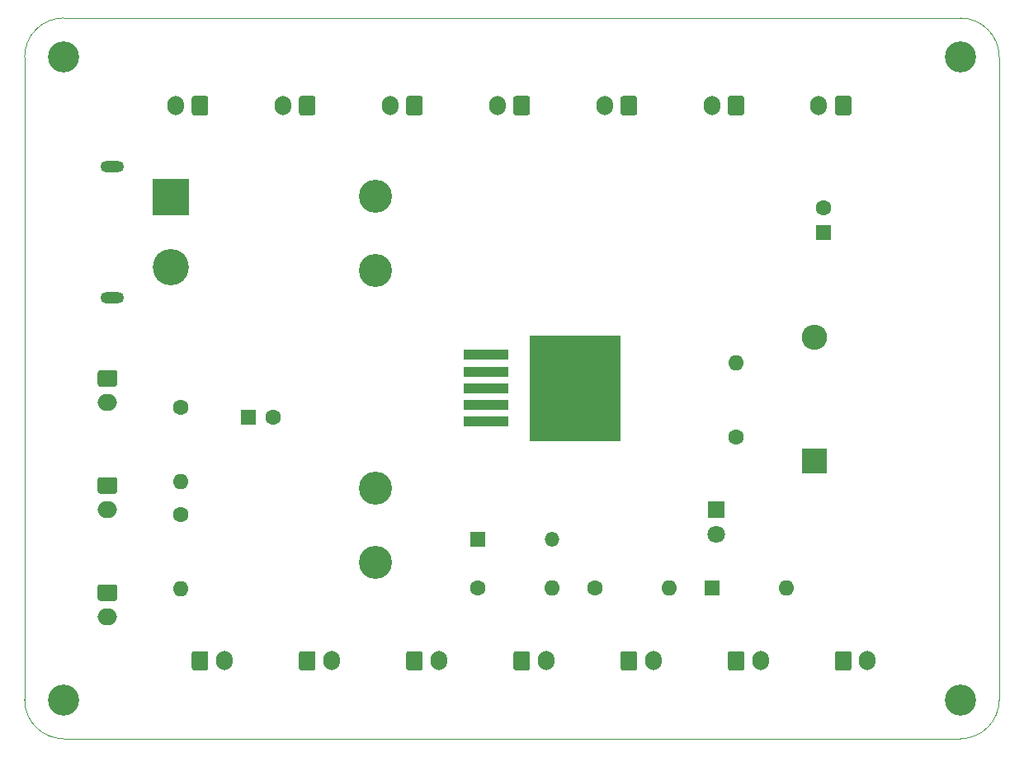
<source format=gbr>
%TF.GenerationSoftware,KiCad,Pcbnew,(5.1.12)-1*%
%TF.CreationDate,2022-03-31T16:19:30+09:00*%
%TF.ProjectId,NHK2022_Power_Supply,4e484b32-3032-4325-9f50-6f7765725f53,rev?*%
%TF.SameCoordinates,PX42c1d80PY8583b00*%
%TF.FileFunction,Soldermask,Top*%
%TF.FilePolarity,Negative*%
%FSLAX46Y46*%
G04 Gerber Fmt 4.6, Leading zero omitted, Abs format (unit mm)*
G04 Created by KiCad (PCBNEW (5.1.12)-1) date 2022-03-31 16:19:30*
%MOMM*%
%LPD*%
G01*
G04 APERTURE LIST*
%TA.AperFunction,Profile*%
%ADD10C,0.050000*%
%TD*%
%ADD11C,3.200000*%
%ADD12R,2.600000X2.600000*%
%ADD13O,2.600000X2.600000*%
%ADD14R,1.500000X1.500000*%
%ADD15O,1.500000X1.500000*%
%ADD16R,1.800000X1.800000*%
%ADD17C,1.800000*%
%ADD18R,1.600000X1.600000*%
%ADD19O,1.600000X1.600000*%
%ADD20C,3.400000*%
%ADD21C,3.716000*%
%ADD22R,3.716000X3.716000*%
%ADD23O,2.400000X1.200000*%
%ADD24O,1.700000X2.000000*%
%ADD25O,2.000000X1.700000*%
%ADD26C,1.600000*%
%ADD27R,4.600000X1.100000*%
%ADD28R,9.400000X10.800000*%
G04 APERTURE END LIST*
D10*
X70000000Y-70000000D02*
X70000000Y-134000000D01*
X170000000Y-70000000D02*
X170000000Y-136000000D01*
X74000000Y-66000000D02*
X166000000Y-66000000D01*
X74000000Y-140000000D02*
X166000000Y-140000000D01*
X70000000Y-134000000D02*
X70000000Y-136000000D01*
X166000000Y-66000000D02*
G75*
G02*
X170000000Y-70000000I0J-4000000D01*
G01*
X70000000Y-70000000D02*
G75*
G02*
X74000000Y-66000000I4000000J0D01*
G01*
X170000000Y-136000000D02*
G75*
G02*
X166000000Y-140000000I-4000000J0D01*
G01*
X74000000Y-140000000D02*
G75*
G02*
X70000000Y-136000000I0J4000000D01*
G01*
D11*
%TO.C,REF2*%
X166000000Y-70000000D03*
%TD*%
%TO.C,REF3*%
X166000000Y-136000000D03*
%TD*%
%TO.C,REF1*%
X74000000Y-70000000D03*
%TD*%
%TO.C,REF4*%
X74000000Y-136000000D03*
%TD*%
D12*
%TO.C,D1*%
X151000000Y-111500000D03*
D13*
X151000000Y-98800000D03*
%TD*%
D14*
%TO.C,D2*%
X116500000Y-119500000D03*
D15*
X124120000Y-119500000D03*
%TD*%
D16*
%TO.C,D3*%
X141000000Y-116500000D03*
D17*
X141000000Y-119040000D03*
%TD*%
D18*
%TO.C,D4*%
X140500000Y-124500000D03*
D19*
X148120000Y-124500000D03*
%TD*%
D20*
%TO.C,F1*%
X106000000Y-84300000D03*
X106000000Y-91920000D03*
X106000000Y-114240000D03*
X106000000Y-121860000D03*
%TD*%
D21*
%TO.C,Power_Supply*%
X85000000Y-91600000D03*
D22*
X85000000Y-84400000D03*
D23*
X79000000Y-94750000D03*
X79000000Y-81250000D03*
%TD*%
D24*
%TO.C,LED*%
X85500000Y-75000000D03*
G36*
G01*
X88850000Y-74250000D02*
X88850000Y-75750000D01*
G75*
G02*
X88600000Y-76000000I-250000J0D01*
G01*
X87400000Y-76000000D01*
G75*
G02*
X87150000Y-75750000I0J250000D01*
G01*
X87150000Y-74250000D01*
G75*
G02*
X87400000Y-74000000I250000J0D01*
G01*
X88600000Y-74000000D01*
G75*
G02*
X88850000Y-74250000I0J-250000D01*
G01*
G37*
%TD*%
%TO.C,MiCon1*%
G36*
G01*
X77750000Y-102150000D02*
X79250000Y-102150000D01*
G75*
G02*
X79500000Y-102400000I0J-250000D01*
G01*
X79500000Y-103600000D01*
G75*
G02*
X79250000Y-103850000I-250000J0D01*
G01*
X77750000Y-103850000D01*
G75*
G02*
X77500000Y-103600000I0J250000D01*
G01*
X77500000Y-102400000D01*
G75*
G02*
X77750000Y-102150000I250000J0D01*
G01*
G37*
D25*
X78500000Y-105500000D03*
%TD*%
%TO.C,MiCon2*%
X78500000Y-116500000D03*
G36*
G01*
X77750000Y-113150000D02*
X79250000Y-113150000D01*
G75*
G02*
X79500000Y-113400000I0J-250000D01*
G01*
X79500000Y-114600000D01*
G75*
G02*
X79250000Y-114850000I-250000J0D01*
G01*
X77750000Y-114850000D01*
G75*
G02*
X77500000Y-114600000I0J250000D01*
G01*
X77500000Y-113400000D01*
G75*
G02*
X77750000Y-113150000I250000J0D01*
G01*
G37*
%TD*%
%TO.C,MiCon3*%
G36*
G01*
X77750000Y-124150000D02*
X79250000Y-124150000D01*
G75*
G02*
X79500000Y-124400000I0J-250000D01*
G01*
X79500000Y-125600000D01*
G75*
G02*
X79250000Y-125850000I-250000J0D01*
G01*
X77750000Y-125850000D01*
G75*
G02*
X77500000Y-125600000I0J250000D01*
G01*
X77500000Y-124400000D01*
G75*
G02*
X77750000Y-124150000I250000J0D01*
G01*
G37*
X78500000Y-127500000D03*
%TD*%
%TO.C,Conn*%
G36*
G01*
X87150000Y-132750000D02*
X87150000Y-131250000D01*
G75*
G02*
X87400000Y-131000000I250000J0D01*
G01*
X88600000Y-131000000D01*
G75*
G02*
X88850000Y-131250000I0J-250000D01*
G01*
X88850000Y-132750000D01*
G75*
G02*
X88600000Y-133000000I-250000J0D01*
G01*
X87400000Y-133000000D01*
G75*
G02*
X87150000Y-132750000I0J250000D01*
G01*
G37*
D24*
X90500000Y-132000000D03*
%TD*%
%TO.C,Switch*%
G36*
G01*
X98150000Y-132750000D02*
X98150000Y-131250000D01*
G75*
G02*
X98400000Y-131000000I250000J0D01*
G01*
X99600000Y-131000000D01*
G75*
G02*
X99850000Y-131250000I0J-250000D01*
G01*
X99850000Y-132750000D01*
G75*
G02*
X99600000Y-133000000I-250000J0D01*
G01*
X98400000Y-133000000D01*
G75*
G02*
X98150000Y-132750000I0J250000D01*
G01*
G37*
X101500000Y-132000000D03*
%TD*%
%TO.C,Coil*%
X112500000Y-132000000D03*
G36*
G01*
X109150000Y-132750000D02*
X109150000Y-131250000D01*
G75*
G02*
X109400000Y-131000000I250000J0D01*
G01*
X110600000Y-131000000D01*
G75*
G02*
X110850000Y-131250000I0J-250000D01*
G01*
X110850000Y-132750000D01*
G75*
G02*
X110600000Y-133000000I-250000J0D01*
G01*
X109400000Y-133000000D01*
G75*
G02*
X109150000Y-132750000I0J250000D01*
G01*
G37*
%TD*%
%TO.C,12v_1*%
G36*
G01*
X99850000Y-74250000D02*
X99850000Y-75750000D01*
G75*
G02*
X99600000Y-76000000I-250000J0D01*
G01*
X98400000Y-76000000D01*
G75*
G02*
X98150000Y-75750000I0J250000D01*
G01*
X98150000Y-74250000D01*
G75*
G02*
X98400000Y-74000000I250000J0D01*
G01*
X99600000Y-74000000D01*
G75*
G02*
X99850000Y-74250000I0J-250000D01*
G01*
G37*
X96500000Y-75000000D03*
%TD*%
%TO.C,12v_2*%
X107500000Y-75000000D03*
G36*
G01*
X110850000Y-74250000D02*
X110850000Y-75750000D01*
G75*
G02*
X110600000Y-76000000I-250000J0D01*
G01*
X109400000Y-76000000D01*
G75*
G02*
X109150000Y-75750000I0J250000D01*
G01*
X109150000Y-74250000D01*
G75*
G02*
X109400000Y-74000000I250000J0D01*
G01*
X110600000Y-74000000D01*
G75*
G02*
X110850000Y-74250000I0J-250000D01*
G01*
G37*
%TD*%
%TO.C,12v_3*%
G36*
G01*
X121850000Y-74250000D02*
X121850000Y-75750000D01*
G75*
G02*
X121600000Y-76000000I-250000J0D01*
G01*
X120400000Y-76000000D01*
G75*
G02*
X120150000Y-75750000I0J250000D01*
G01*
X120150000Y-74250000D01*
G75*
G02*
X120400000Y-74000000I250000J0D01*
G01*
X121600000Y-74000000D01*
G75*
G02*
X121850000Y-74250000I0J-250000D01*
G01*
G37*
X118500000Y-75000000D03*
%TD*%
%TO.C,12v_4*%
X129500000Y-75000000D03*
G36*
G01*
X132850000Y-74250000D02*
X132850000Y-75750000D01*
G75*
G02*
X132600000Y-76000000I-250000J0D01*
G01*
X131400000Y-76000000D01*
G75*
G02*
X131150000Y-75750000I0J250000D01*
G01*
X131150000Y-74250000D01*
G75*
G02*
X131400000Y-74000000I250000J0D01*
G01*
X132600000Y-74000000D01*
G75*
G02*
X132850000Y-74250000I0J-250000D01*
G01*
G37*
%TD*%
%TO.C,12v_5*%
G36*
G01*
X143850000Y-74250000D02*
X143850000Y-75750000D01*
G75*
G02*
X143600000Y-76000000I-250000J0D01*
G01*
X142400000Y-76000000D01*
G75*
G02*
X142150000Y-75750000I0J250000D01*
G01*
X142150000Y-74250000D01*
G75*
G02*
X142400000Y-74000000I250000J0D01*
G01*
X143600000Y-74000000D01*
G75*
G02*
X143850000Y-74250000I0J-250000D01*
G01*
G37*
X140500000Y-75000000D03*
%TD*%
%TO.C,12v_6*%
X151500000Y-75000000D03*
G36*
G01*
X154850000Y-74250000D02*
X154850000Y-75750000D01*
G75*
G02*
X154600000Y-76000000I-250000J0D01*
G01*
X153400000Y-76000000D01*
G75*
G02*
X153150000Y-75750000I0J250000D01*
G01*
X153150000Y-74250000D01*
G75*
G02*
X153400000Y-74000000I250000J0D01*
G01*
X154600000Y-74000000D01*
G75*
G02*
X154850000Y-74250000I0J-250000D01*
G01*
G37*
%TD*%
%TO.C,12v_7*%
X156500000Y-132000000D03*
G36*
G01*
X153150000Y-132750000D02*
X153150000Y-131250000D01*
G75*
G02*
X153400000Y-131000000I250000J0D01*
G01*
X154600000Y-131000000D01*
G75*
G02*
X154850000Y-131250000I0J-250000D01*
G01*
X154850000Y-132750000D01*
G75*
G02*
X154600000Y-133000000I-250000J0D01*
G01*
X153400000Y-133000000D01*
G75*
G02*
X153150000Y-132750000I0J250000D01*
G01*
G37*
%TD*%
%TO.C,12v_8*%
G36*
G01*
X142150000Y-132750000D02*
X142150000Y-131250000D01*
G75*
G02*
X142400000Y-131000000I250000J0D01*
G01*
X143600000Y-131000000D01*
G75*
G02*
X143850000Y-131250000I0J-250000D01*
G01*
X143850000Y-132750000D01*
G75*
G02*
X143600000Y-133000000I-250000J0D01*
G01*
X142400000Y-133000000D01*
G75*
G02*
X142150000Y-132750000I0J250000D01*
G01*
G37*
X145500000Y-132000000D03*
%TD*%
%TO.C,12v_9*%
X134500000Y-132000000D03*
G36*
G01*
X131150000Y-132750000D02*
X131150000Y-131250000D01*
G75*
G02*
X131400000Y-131000000I250000J0D01*
G01*
X132600000Y-131000000D01*
G75*
G02*
X132850000Y-131250000I0J-250000D01*
G01*
X132850000Y-132750000D01*
G75*
G02*
X132600000Y-133000000I-250000J0D01*
G01*
X131400000Y-133000000D01*
G75*
G02*
X131150000Y-132750000I0J250000D01*
G01*
G37*
%TD*%
%TO.C,12v_10*%
G36*
G01*
X120150000Y-132750000D02*
X120150000Y-131250000D01*
G75*
G02*
X120400000Y-131000000I250000J0D01*
G01*
X121600000Y-131000000D01*
G75*
G02*
X121850000Y-131250000I0J-250000D01*
G01*
X121850000Y-132750000D01*
G75*
G02*
X121600000Y-133000000I-250000J0D01*
G01*
X120400000Y-133000000D01*
G75*
G02*
X120150000Y-132750000I0J250000D01*
G01*
G37*
X123500000Y-132000000D03*
%TD*%
D19*
%TO.C,R1*%
X86000000Y-113620000D03*
D26*
X86000000Y-106000000D03*
%TD*%
%TO.C,R2*%
X86000000Y-117000000D03*
D19*
X86000000Y-124620000D03*
%TD*%
D26*
%TO.C,R3*%
X143000000Y-109000000D03*
D19*
X143000000Y-101380000D03*
%TD*%
%TO.C,R4*%
X124120000Y-124500000D03*
D26*
X116500000Y-124500000D03*
%TD*%
%TO.C,R5*%
X128500000Y-124500000D03*
D19*
X136120000Y-124500000D03*
%TD*%
D27*
%TO.C,U1*%
X117350000Y-100600000D03*
X117350000Y-102300000D03*
X117350000Y-104000000D03*
X117350000Y-105700000D03*
X117350000Y-107400000D03*
D28*
X126500000Y-104000000D03*
%TD*%
D18*
%TO.C,C1*%
X152000000Y-88000000D03*
D26*
X152000000Y-85500000D03*
%TD*%
%TO.C,C2*%
X95500000Y-107000000D03*
D18*
X93000000Y-107000000D03*
%TD*%
M02*

</source>
